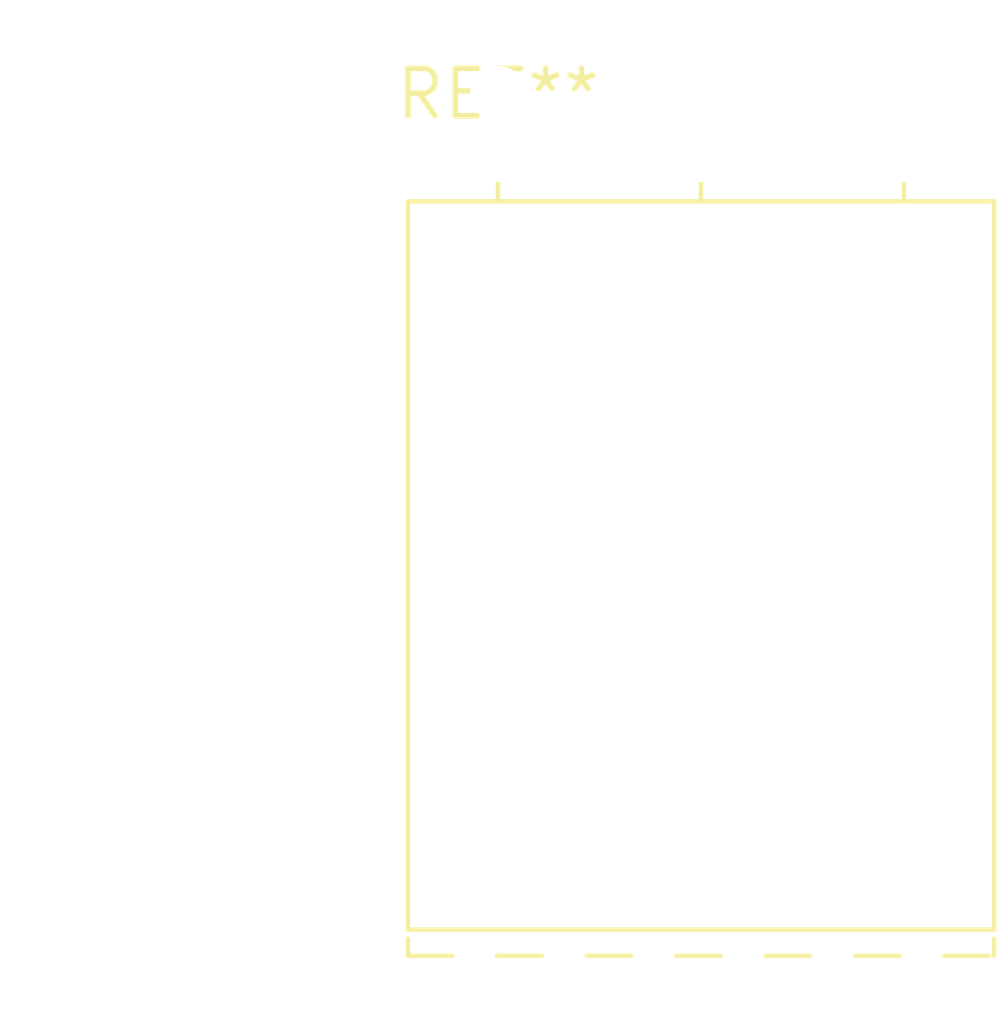
<source format=kicad_pcb>
(kicad_pcb (version 20240108) (generator pcbnew)
  (layers (0 "F.Cu" signal) (31 "B.Cu" signal) (34 "B.Paste" user) (35 "F.Paste" user) (36 "B.SilkS" user "B.Silkscreen") (37 "F.SilkS" user "F.Silkscreen") (38 "B.Mask" user) (39 "F.Mask" user) (44 "Edge.Cuts" user))
  (net 0 "")
  (footprint "TO-3P-3_Horizontal_TabUp" (layer "F.Cu") (at 0 0)
    (property "Reference" "REF**")
    (property "Value" "TO-3P-3_Horizontal_TabUp")
    (fp_line (start -2.42 2.88) (end -2.42 22.42) (layer "F.SilkS") (stroke (width 0.12)))
    (fp_line (start -2.42 2.88) (end 13.32 2.88) (layer "F.SilkS") (stroke (width 0.12)))
    (fp_line (start -2.42 22.42) (end 13.32 22.42) (layer "F.SilkS") (stroke (width 0.12)))
    (fp_line (start -2.42 22.66) (end -2.42 23.12) (layer "F.SilkS") (stroke (width 0.12)))
    (fp_line (start -2.42 23.12) (end -1.22 23.12) (layer "F.SilkS") (stroke (width 0.12)))
    (fp_line (start -0.021 23.12) (end 1.18 23.12) (layer "F.SilkS") (stroke (width 0.12)))
    (fp_line (start 0 2.4) (end 0 2.88) (layer "F.SilkS") (stroke (width 0.12)))
    (fp_line (start 2.38 23.12) (end 3.58 23.12) (layer "F.SilkS") (stroke (width 0.12)))
    (fp_line (start 4.78 23.12) (end 5.98 23.12) (layer "F.SilkS") (stroke (width 0.12)))
    (fp_line (start 5.45 2.4) (end 5.45 2.88) (layer "F.SilkS") (stroke (width 0.12)))
    (fp_line (start 7.18 23.12) (end 8.38 23.12) (layer "F.SilkS") (stroke (width 0.12)))
    (fp_line (start 9.58 23.12) (end 10.78 23.12) (layer "F.SilkS") (stroke (width 0.12)))
    (fp_line (start 10.9 2.4) (end 10.9 2.88) (layer "F.SilkS") (stroke (width 0.12)))
    (fp_line (start 11.98 23.12) (end 13.18 23.12) (layer "F.SilkS") (stroke (width 0.12)))
    (fp_line (start 13.32 2.88) (end 13.32 22.42) (layer "F.SilkS") (stroke (width 0.12)))
    (fp_line (start 13.32 22.66) (end 13.32 23.12) (layer "F.SilkS") (stroke (width 0.12)))
    (pad "" np_thru_hole oval (at 5.45 18.8) (size 3.4 3.4) (drill 3.4) (layers *.Cu *.Mask))
    (pad "1" thru_hole rect (at 0 0) (size 2.5 4.5) (drill 1.5) (layers *.Cu *.Mask) (remove_unused_layers))
    (pad "2" thru_hole oval (at 5.45 0) (size 2.5 4.5) (drill 1.5) (layers *.Cu *.Mask) (remove_unused_layers))
    (pad "3" thru_hole oval (at 10.9 0) (size 2.5 4.5) (drill 1.5) (layers *.Cu *.Mask) (remove_unused_layers))
  )
)
</source>
